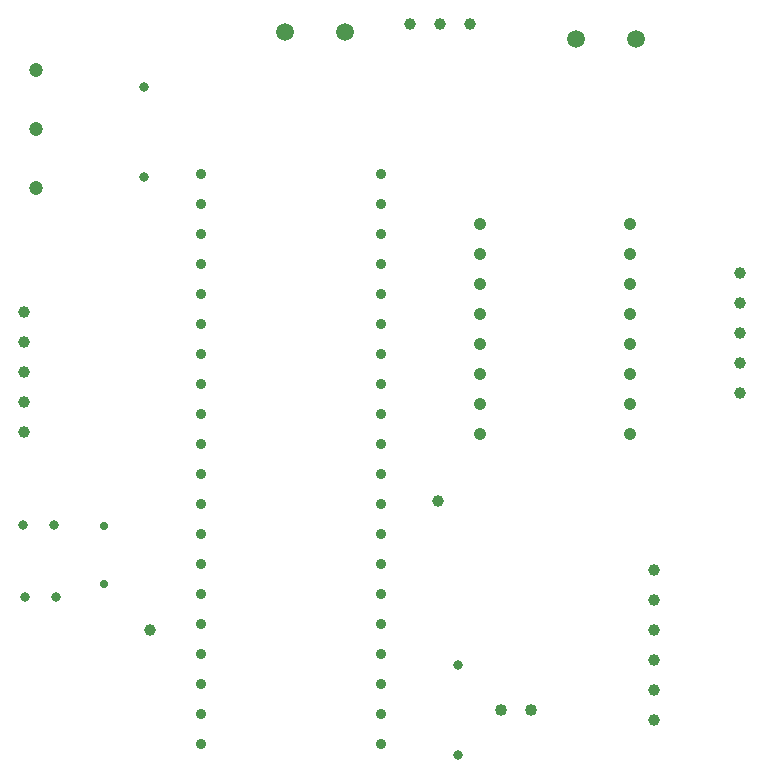
<source format=gbr>
%FSTAX23Y23*%
%MOIN*%
%SFA1B1*%

%IPPOS*%
%ADD51C,0.047244*%
%ADD52C,0.059055*%
%ADD53C,0.039370*%
%ADD54C,0.031496*%
%ADD55C,0.040000*%
%ADD56C,0.039370*%
%ADD57C,0.031496*%
%ADD58C,0.027559*%
%ADD59C,0.035433*%
%ADD60C,0.040945*%
%ADD61C,0.039370*%
%LNpcb1_pth_drill-1*%
%LPD*%
G54D51*
X024Y03548D03*
Y03351D03*
Y03155D03*
G54D52*
X044Y0365D03*
X042D03*
X0343Y03675D03*
X0323D03*
G54D53*
X03845Y037D03*
X03745D03*
X03645D03*
G54D54*
X03805Y01565D03*
Y01265D03*
X0276Y0349D03*
Y0319D03*
G54D55*
X0405Y01415D03*
X0395D03*
G54D56*
X0236Y0234D03*
Y0244D03*
Y0254D03*
Y0264D03*
Y0274D03*
X04745Y0247D03*
Y0257D03*
Y0267D03*
Y0277D03*
Y0287D03*
X0446Y0188D03*
Y0178D03*
Y0168D03*
Y0158D03*
Y0148D03*
Y0138D03*
G54D57*
X02461Y0203D03*
X02358D03*
X02466Y0179D03*
X02363D03*
G54D58*
X02625Y02026D03*
Y01833D03*
G54D59*
X0355Y013D03*
Y014D03*
Y015D03*
Y016D03*
Y017D03*
Y018D03*
Y019D03*
Y02D03*
Y021D03*
Y022D03*
Y023D03*
Y024D03*
Y025D03*
Y026D03*
Y027D03*
Y028D03*
Y029D03*
Y03D03*
Y031D03*
Y032D03*
X0295Y013D03*
Y014D03*
Y015D03*
Y016D03*
Y017D03*
Y018D03*
Y019D03*
Y02D03*
Y021D03*
Y022D03*
Y023D03*
Y024D03*
Y025D03*
Y026D03*
Y027D03*
Y028D03*
Y029D03*
Y03D03*
Y031D03*
Y032D03*
G54D60*
X0438Y02335D03*
Y02435D03*
Y02535D03*
Y02635D03*
Y02735D03*
Y02835D03*
Y02935D03*
Y03035D03*
X0388D03*
Y02935D03*
Y02835D03*
Y02735D03*
Y02635D03*
Y02535D03*
Y02435D03*
Y02335D03*
G54D61*
X0278Y0168D03*
X0374Y0211D03*
M02*
</source>
